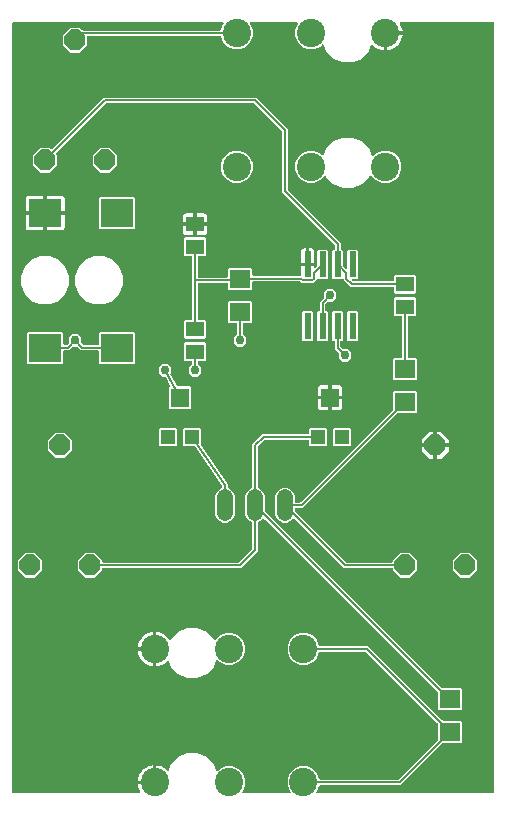
<source format=gbr>
G04 EAGLE Gerber RS-274X export*
G75*
%MOMM*%
%FSLAX34Y34*%
%LPD*%
%INTop Copper*%
%IPPOS*%
%AMOC8*
5,1,8,0,0,1.08239X$1,22.5*%
G01*
%ADD10R,1.800000X1.600000*%
%ADD11R,0.609600X2.209800*%
%ADD12C,2.400000*%
%ADD13R,2.800000X2.400000*%
%ADD14C,1.320800*%
%ADD15P,1.924489X8X22.500000*%
%ADD16R,1.500000X1.300000*%
%ADD17R,1.500000X1.600000*%
%ADD18R,1.200000X1.200000*%
%ADD19C,0.152400*%
%ADD20C,0.756400*%

G36*
X118157Y10163D02*
X118157Y10163D01*
X118169Y10161D01*
X118278Y10182D01*
X118388Y10200D01*
X118399Y10206D01*
X118410Y10208D01*
X118507Y10264D01*
X118606Y10316D01*
X118614Y10324D01*
X118624Y10330D01*
X118698Y10413D01*
X118775Y10494D01*
X118780Y10505D01*
X118788Y10514D01*
X118832Y10616D01*
X118879Y10717D01*
X118880Y10729D01*
X118885Y10740D01*
X118893Y10851D01*
X118906Y10961D01*
X118903Y10973D01*
X118904Y10985D01*
X118877Y11093D01*
X118853Y11202D01*
X118847Y11212D01*
X118844Y11224D01*
X118761Y11369D01*
X118464Y11779D01*
X117425Y13818D01*
X116717Y15995D01*
X116419Y17877D01*
X130138Y17877D01*
X130158Y17880D01*
X130177Y17878D01*
X130279Y17900D01*
X130381Y17917D01*
X130398Y17926D01*
X130418Y17930D01*
X130507Y17983D01*
X130598Y18032D01*
X130612Y18046D01*
X130629Y18056D01*
X130696Y18135D01*
X130767Y18210D01*
X130776Y18228D01*
X130789Y18243D01*
X130827Y18339D01*
X130871Y18433D01*
X130873Y18453D01*
X130881Y18471D01*
X130899Y18638D01*
X130899Y19401D01*
X131662Y19401D01*
X131682Y19404D01*
X131701Y19402D01*
X131803Y19424D01*
X131905Y19441D01*
X131922Y19450D01*
X131942Y19454D01*
X132031Y19507D01*
X132122Y19556D01*
X132136Y19570D01*
X132153Y19580D01*
X132220Y19659D01*
X132291Y19734D01*
X132300Y19752D01*
X132313Y19767D01*
X132352Y19863D01*
X132395Y19957D01*
X132397Y19977D01*
X132405Y19995D01*
X132423Y20162D01*
X132423Y33881D01*
X134305Y33583D01*
X136482Y32875D01*
X138521Y31836D01*
X140373Y30491D01*
X141524Y29340D01*
X141561Y29313D01*
X141592Y29279D01*
X141661Y29242D01*
X141724Y29196D01*
X141767Y29183D01*
X141808Y29161D01*
X141884Y29147D01*
X141959Y29124D01*
X142005Y29125D01*
X142050Y29117D01*
X142127Y29128D01*
X142205Y29130D01*
X142248Y29146D01*
X142293Y29153D01*
X142362Y29188D01*
X142436Y29215D01*
X142472Y29243D01*
X142512Y29264D01*
X142567Y29320D01*
X142628Y29368D01*
X142653Y29407D01*
X142685Y29440D01*
X142751Y29560D01*
X142761Y29575D01*
X142762Y29580D01*
X142766Y29587D01*
X144961Y34887D01*
X150913Y40839D01*
X158691Y44061D01*
X167109Y44061D01*
X174887Y40839D01*
X180839Y34887D01*
X183162Y29278D01*
X183187Y29239D01*
X183202Y29196D01*
X183251Y29135D01*
X183292Y29069D01*
X183327Y29040D01*
X183356Y29004D01*
X183422Y28962D01*
X183482Y28912D01*
X183524Y28895D01*
X183563Y28871D01*
X183639Y28852D01*
X183711Y28824D01*
X183757Y28822D01*
X183802Y28811D01*
X183879Y28817D01*
X183957Y28813D01*
X184001Y28826D01*
X184047Y28830D01*
X184118Y28860D01*
X184193Y28882D01*
X184231Y28908D01*
X184273Y28926D01*
X184380Y29011D01*
X184395Y29022D01*
X184398Y29026D01*
X184404Y29031D01*
X186239Y30866D01*
X191210Y32925D01*
X196590Y32925D01*
X201561Y30866D01*
X205366Y27061D01*
X207425Y22090D01*
X207425Y16710D01*
X205366Y11739D01*
X205087Y11460D01*
X205045Y11402D01*
X204996Y11350D01*
X204974Y11303D01*
X204944Y11261D01*
X204922Y11192D01*
X204892Y11127D01*
X204887Y11075D01*
X204871Y11025D01*
X204873Y10954D01*
X204865Y10883D01*
X204876Y10832D01*
X204878Y10780D01*
X204902Y10712D01*
X204917Y10642D01*
X204944Y10597D01*
X204962Y10549D01*
X205007Y10493D01*
X205044Y10431D01*
X205083Y10397D01*
X205116Y10357D01*
X205176Y10318D01*
X205231Y10271D01*
X205279Y10252D01*
X205323Y10224D01*
X205392Y10206D01*
X205459Y10179D01*
X205530Y10171D01*
X205561Y10163D01*
X205584Y10165D01*
X205625Y10161D01*
X245175Y10161D01*
X245245Y10172D01*
X245317Y10174D01*
X245366Y10192D01*
X245417Y10200D01*
X245481Y10234D01*
X245548Y10259D01*
X245589Y10291D01*
X245635Y10316D01*
X245684Y10367D01*
X245740Y10412D01*
X245768Y10456D01*
X245804Y10494D01*
X245834Y10559D01*
X245873Y10619D01*
X245886Y10670D01*
X245908Y10717D01*
X245916Y10788D01*
X245933Y10858D01*
X245929Y10910D01*
X245935Y10961D01*
X245920Y11032D01*
X245914Y11103D01*
X245894Y11151D01*
X245883Y11202D01*
X245846Y11263D01*
X245818Y11329D01*
X245773Y11385D01*
X245756Y11413D01*
X245739Y11428D01*
X245713Y11460D01*
X245434Y11739D01*
X243375Y16710D01*
X243375Y22090D01*
X245434Y27061D01*
X249239Y30866D01*
X254210Y32925D01*
X259590Y32925D01*
X264561Y30866D01*
X268366Y27061D01*
X270397Y22157D01*
X270459Y22057D01*
X270519Y21957D01*
X270524Y21953D01*
X270527Y21948D01*
X270616Y21873D01*
X270706Y21797D01*
X270712Y21795D01*
X270716Y21791D01*
X270824Y21749D01*
X270934Y21705D01*
X270941Y21704D01*
X270946Y21703D01*
X270964Y21702D01*
X271101Y21687D01*
X336937Y21687D01*
X337028Y21701D01*
X337118Y21709D01*
X337148Y21721D01*
X337180Y21726D01*
X337261Y21769D01*
X337345Y21805D01*
X337377Y21831D01*
X337398Y21842D01*
X337420Y21865D01*
X337476Y21910D01*
X370252Y54686D01*
X370305Y54760D01*
X370365Y54830D01*
X370377Y54860D01*
X370396Y54886D01*
X370423Y54973D01*
X370457Y55058D01*
X370461Y55099D01*
X370468Y55121D01*
X370467Y55153D01*
X370475Y55225D01*
X370475Y69175D01*
X370461Y69266D01*
X370453Y69356D01*
X370441Y69386D01*
X370436Y69418D01*
X370393Y69499D01*
X370357Y69583D01*
X370331Y69615D01*
X370320Y69636D01*
X370297Y69658D01*
X370252Y69714D01*
X310076Y129890D01*
X310002Y129943D01*
X309932Y130003D01*
X309902Y130015D01*
X309876Y130034D01*
X309789Y130061D01*
X309704Y130095D01*
X309663Y130099D01*
X309641Y130106D01*
X309609Y130105D01*
X309537Y130113D01*
X271101Y130113D01*
X270986Y130094D01*
X270870Y130077D01*
X270864Y130075D01*
X270858Y130074D01*
X270755Y130019D01*
X270650Y129966D01*
X270646Y129961D01*
X270640Y129958D01*
X270561Y129874D01*
X270478Y129790D01*
X270474Y129784D01*
X270471Y129780D01*
X270463Y129763D01*
X270397Y129643D01*
X268366Y124739D01*
X264561Y120934D01*
X259590Y118875D01*
X254210Y118875D01*
X249239Y120934D01*
X245434Y124739D01*
X243375Y129710D01*
X243375Y135090D01*
X245434Y140061D01*
X249239Y143866D01*
X254210Y145925D01*
X259590Y145925D01*
X264561Y143866D01*
X268366Y140061D01*
X270397Y135157D01*
X270459Y135057D01*
X270519Y134957D01*
X270524Y134953D01*
X270527Y134948D01*
X270616Y134873D01*
X270706Y134797D01*
X270712Y134795D01*
X270716Y134791D01*
X270824Y134749D01*
X270934Y134705D01*
X270941Y134704D01*
X270946Y134703D01*
X270964Y134702D01*
X271101Y134687D01*
X311747Y134687D01*
X374486Y71948D01*
X374560Y71895D01*
X374630Y71835D01*
X374660Y71823D01*
X374686Y71804D01*
X374773Y71777D01*
X374858Y71743D01*
X374899Y71739D01*
X374921Y71732D01*
X374953Y71733D01*
X375025Y71725D01*
X390632Y71725D01*
X391525Y70832D01*
X391525Y53568D01*
X390632Y52675D01*
X375025Y52675D01*
X374934Y52661D01*
X374844Y52653D01*
X374814Y52641D01*
X374782Y52636D01*
X374701Y52593D01*
X374617Y52557D01*
X374585Y52531D01*
X374564Y52520D01*
X374542Y52497D01*
X374486Y52452D01*
X339147Y17113D01*
X271101Y17113D01*
X270986Y17094D01*
X270870Y17077D01*
X270864Y17075D01*
X270858Y17074D01*
X270755Y17019D01*
X270650Y16966D01*
X270646Y16961D01*
X270640Y16958D01*
X270561Y16874D01*
X270478Y16790D01*
X270474Y16784D01*
X270471Y16780D01*
X270463Y16763D01*
X270397Y16643D01*
X268366Y11739D01*
X268087Y11460D01*
X268045Y11402D01*
X267996Y11350D01*
X267974Y11303D01*
X267944Y11261D01*
X267922Y11192D01*
X267892Y11127D01*
X267887Y11075D01*
X267871Y11025D01*
X267873Y10954D01*
X267865Y10883D01*
X267876Y10832D01*
X267878Y10780D01*
X267902Y10712D01*
X267917Y10642D01*
X267944Y10597D01*
X267962Y10549D01*
X268007Y10493D01*
X268044Y10431D01*
X268083Y10397D01*
X268116Y10357D01*
X268176Y10318D01*
X268231Y10271D01*
X268279Y10252D01*
X268323Y10224D01*
X268392Y10206D01*
X268459Y10179D01*
X268530Y10171D01*
X268561Y10163D01*
X268584Y10165D01*
X268625Y10161D01*
X417578Y10161D01*
X417598Y10164D01*
X417617Y10162D01*
X417719Y10184D01*
X417821Y10200D01*
X417838Y10210D01*
X417858Y10214D01*
X417947Y10267D01*
X418038Y10316D01*
X418052Y10330D01*
X418069Y10340D01*
X418136Y10419D01*
X418208Y10494D01*
X418216Y10512D01*
X418229Y10527D01*
X418268Y10623D01*
X418311Y10717D01*
X418313Y10737D01*
X418321Y10755D01*
X418339Y10922D01*
X418339Y662078D01*
X418336Y662098D01*
X418338Y662117D01*
X418316Y662219D01*
X418300Y662321D01*
X418290Y662338D01*
X418286Y662358D01*
X418233Y662447D01*
X418184Y662538D01*
X418170Y662552D01*
X418160Y662569D01*
X418081Y662636D01*
X418006Y662708D01*
X417988Y662716D01*
X417973Y662729D01*
X417877Y662768D01*
X417783Y662811D01*
X417763Y662813D01*
X417745Y662821D01*
X417578Y662839D01*
X339127Y662839D01*
X339115Y662837D01*
X339104Y662839D01*
X338994Y662818D01*
X338885Y662800D01*
X338874Y662794D01*
X338862Y662792D01*
X338765Y662736D01*
X338667Y662684D01*
X338659Y662676D01*
X338648Y662670D01*
X338574Y662587D01*
X338498Y662506D01*
X338493Y662495D01*
X338485Y662486D01*
X338441Y662384D01*
X338394Y662283D01*
X338393Y662271D01*
X338388Y662260D01*
X338379Y662149D01*
X338367Y662039D01*
X338370Y662027D01*
X338369Y662015D01*
X338396Y661907D01*
X338419Y661798D01*
X338425Y661788D01*
X338428Y661776D01*
X338511Y661631D01*
X338736Y661321D01*
X339775Y659282D01*
X340483Y657105D01*
X340781Y655223D01*
X327062Y655223D01*
X327042Y655220D01*
X327023Y655222D01*
X326921Y655200D01*
X326819Y655183D01*
X326802Y655174D01*
X326782Y655170D01*
X326693Y655117D01*
X326602Y655068D01*
X326588Y655054D01*
X326571Y655044D01*
X326504Y654965D01*
X326433Y654890D01*
X326424Y654872D01*
X326411Y654857D01*
X326373Y654761D01*
X326329Y654667D01*
X326327Y654647D01*
X326319Y654629D01*
X326301Y654462D01*
X326301Y653699D01*
X325538Y653699D01*
X325518Y653696D01*
X325499Y653698D01*
X325397Y653676D01*
X325295Y653659D01*
X325278Y653650D01*
X325258Y653646D01*
X325169Y653593D01*
X325078Y653544D01*
X325064Y653530D01*
X325047Y653520D01*
X324980Y653441D01*
X324909Y653366D01*
X324900Y653348D01*
X324887Y653333D01*
X324848Y653237D01*
X324805Y653143D01*
X324803Y653123D01*
X324795Y653105D01*
X324777Y652938D01*
X324777Y639219D01*
X322895Y639517D01*
X320718Y640225D01*
X318679Y641264D01*
X316827Y642609D01*
X315676Y643760D01*
X315639Y643787D01*
X315608Y643821D01*
X315539Y643858D01*
X315476Y643904D01*
X315433Y643917D01*
X315392Y643939D01*
X315316Y643953D01*
X315241Y643976D01*
X315195Y643975D01*
X315150Y643983D01*
X315073Y643972D01*
X314995Y643970D01*
X314952Y643954D01*
X314907Y643947D01*
X314838Y643912D01*
X314764Y643885D01*
X314729Y643857D01*
X314688Y643836D01*
X314633Y643780D01*
X314572Y643732D01*
X314548Y643693D01*
X314515Y643660D01*
X314449Y643540D01*
X314439Y643525D01*
X314438Y643520D01*
X314434Y643513D01*
X312239Y638213D01*
X306287Y632261D01*
X298509Y629039D01*
X290091Y629039D01*
X282313Y632261D01*
X276361Y638213D01*
X274038Y643822D01*
X274013Y643861D01*
X273998Y643904D01*
X273949Y643965D01*
X273924Y644005D01*
X273920Y644012D01*
X273908Y644031D01*
X273873Y644060D01*
X273844Y644096D01*
X273778Y644138D01*
X273718Y644188D01*
X273676Y644205D01*
X273637Y644229D01*
X273561Y644248D01*
X273489Y644276D01*
X273443Y644278D01*
X273398Y644289D01*
X273321Y644283D01*
X273243Y644287D01*
X273199Y644274D01*
X273153Y644270D01*
X273091Y644244D01*
X273081Y644242D01*
X273071Y644237D01*
X273007Y644218D01*
X272969Y644192D01*
X272927Y644174D01*
X272877Y644134D01*
X272864Y644127D01*
X272850Y644112D01*
X272820Y644089D01*
X272805Y644078D01*
X272802Y644074D01*
X272796Y644069D01*
X270961Y642234D01*
X265990Y640175D01*
X260610Y640175D01*
X255639Y642234D01*
X251834Y646039D01*
X249775Y651010D01*
X249775Y656390D01*
X251834Y661361D01*
X252013Y661540D01*
X252055Y661598D01*
X252104Y661650D01*
X252126Y661697D01*
X252156Y661739D01*
X252178Y661808D01*
X252208Y661873D01*
X252213Y661925D01*
X252229Y661975D01*
X252227Y662046D01*
X252235Y662117D01*
X252224Y662168D01*
X252222Y662220D01*
X252198Y662288D01*
X252183Y662358D01*
X252156Y662403D01*
X252138Y662451D01*
X252093Y662507D01*
X252056Y662569D01*
X252017Y662603D01*
X251984Y662643D01*
X251924Y662682D01*
X251869Y662729D01*
X251821Y662748D01*
X251777Y662776D01*
X251708Y662794D01*
X251641Y662821D01*
X251570Y662829D01*
X251539Y662837D01*
X251516Y662835D01*
X251475Y662839D01*
X212125Y662839D01*
X212055Y662828D01*
X211983Y662826D01*
X211934Y662808D01*
X211883Y662800D01*
X211819Y662766D01*
X211752Y662741D01*
X211711Y662709D01*
X211665Y662684D01*
X211616Y662633D01*
X211560Y662588D01*
X211532Y662544D01*
X211496Y662506D01*
X211466Y662441D01*
X211427Y662381D01*
X211414Y662330D01*
X211392Y662283D01*
X211384Y662212D01*
X211367Y662142D01*
X211371Y662090D01*
X211365Y662039D01*
X211380Y661968D01*
X211386Y661897D01*
X211406Y661849D01*
X211417Y661798D01*
X211454Y661737D01*
X211482Y661671D01*
X211527Y661615D01*
X211544Y661587D01*
X211561Y661572D01*
X211587Y661540D01*
X211766Y661361D01*
X213825Y656390D01*
X213825Y651010D01*
X211766Y646039D01*
X207961Y642234D01*
X202990Y640175D01*
X197610Y640175D01*
X192639Y642234D01*
X188834Y646039D01*
X186803Y650943D01*
X186741Y651043D01*
X186681Y651143D01*
X186676Y651147D01*
X186673Y651152D01*
X186584Y651227D01*
X186494Y651303D01*
X186488Y651305D01*
X186484Y651309D01*
X186376Y651351D01*
X186266Y651395D01*
X186259Y651396D01*
X186254Y651397D01*
X186236Y651398D01*
X186099Y651413D01*
X74676Y651413D01*
X74656Y651410D01*
X74637Y651412D01*
X74535Y651390D01*
X74433Y651374D01*
X74416Y651364D01*
X74396Y651360D01*
X74307Y651307D01*
X74216Y651258D01*
X74202Y651244D01*
X74185Y651234D01*
X74118Y651155D01*
X74046Y651080D01*
X74038Y651062D01*
X74025Y651047D01*
X73986Y650951D01*
X73943Y650857D01*
X73941Y650837D01*
X73933Y650819D01*
X73915Y650652D01*
X73915Y643386D01*
X67814Y637285D01*
X59186Y637285D01*
X53085Y643386D01*
X53085Y652014D01*
X59186Y658115D01*
X67814Y658115D01*
X69719Y656210D01*
X69793Y656157D01*
X69862Y656097D01*
X69893Y656085D01*
X69919Y656066D01*
X70006Y656039D01*
X70091Y656005D01*
X70131Y656001D01*
X70154Y655994D01*
X70186Y655995D01*
X70257Y655987D01*
X186099Y655987D01*
X186214Y656006D01*
X186330Y656023D01*
X186336Y656025D01*
X186342Y656026D01*
X186445Y656081D01*
X186550Y656134D01*
X186554Y656139D01*
X186560Y656142D01*
X186639Y656226D01*
X186722Y656310D01*
X186726Y656316D01*
X186729Y656320D01*
X186737Y656337D01*
X186803Y656457D01*
X188834Y661361D01*
X189013Y661540D01*
X189055Y661598D01*
X189104Y661650D01*
X189126Y661697D01*
X189156Y661739D01*
X189178Y661808D01*
X189208Y661873D01*
X189213Y661925D01*
X189229Y661975D01*
X189227Y662046D01*
X189235Y662117D01*
X189224Y662168D01*
X189222Y662220D01*
X189198Y662288D01*
X189183Y662358D01*
X189156Y662403D01*
X189138Y662451D01*
X189093Y662507D01*
X189056Y662569D01*
X189017Y662603D01*
X188984Y662643D01*
X188924Y662682D01*
X188869Y662729D01*
X188821Y662748D01*
X188777Y662776D01*
X188708Y662794D01*
X188641Y662821D01*
X188570Y662829D01*
X188539Y662837D01*
X188516Y662835D01*
X188475Y662839D01*
X10922Y662839D01*
X10902Y662836D01*
X10883Y662838D01*
X10781Y662816D01*
X10679Y662800D01*
X10662Y662790D01*
X10642Y662786D01*
X10553Y662733D01*
X10462Y662684D01*
X10448Y662670D01*
X10431Y662660D01*
X10364Y662581D01*
X10292Y662506D01*
X10284Y662488D01*
X10271Y662473D01*
X10232Y662377D01*
X10189Y662283D01*
X10187Y662263D01*
X10179Y662245D01*
X10161Y662078D01*
X10161Y10922D01*
X10164Y10902D01*
X10162Y10883D01*
X10184Y10781D01*
X10200Y10679D01*
X10210Y10662D01*
X10214Y10642D01*
X10267Y10553D01*
X10316Y10462D01*
X10330Y10448D01*
X10340Y10431D01*
X10419Y10364D01*
X10494Y10292D01*
X10512Y10284D01*
X10527Y10271D01*
X10623Y10232D01*
X10717Y10189D01*
X10737Y10187D01*
X10755Y10179D01*
X10922Y10161D01*
X118145Y10161D01*
X118157Y10163D01*
G37*
%LPC*%
G36*
X371368Y80675D02*
X371368Y80675D01*
X370475Y81568D01*
X370475Y95875D01*
X370461Y95966D01*
X370453Y96056D01*
X370441Y96086D01*
X370436Y96118D01*
X370393Y96199D01*
X370357Y96283D01*
X370331Y96315D01*
X370320Y96336D01*
X370297Y96358D01*
X370252Y96414D01*
X223871Y242795D01*
X223855Y242807D01*
X223843Y242822D01*
X223755Y242878D01*
X223671Y242938D01*
X223653Y242944D01*
X223636Y242955D01*
X223535Y242980D01*
X223436Y243011D01*
X223416Y243010D01*
X223397Y243015D01*
X223294Y243007D01*
X223190Y243004D01*
X223172Y242998D01*
X223152Y242996D01*
X223057Y242956D01*
X222959Y242920D01*
X222944Y242907D01*
X222926Y242900D01*
X222795Y242795D01*
X220505Y240505D01*
X218657Y239739D01*
X218557Y239677D01*
X218457Y239618D01*
X218453Y239613D01*
X218448Y239610D01*
X218373Y239519D01*
X218297Y239431D01*
X218295Y239425D01*
X218291Y239420D01*
X218249Y239312D01*
X218205Y239203D01*
X218204Y239195D01*
X218203Y239191D01*
X218202Y239172D01*
X218187Y239036D01*
X218187Y214953D01*
X204147Y200913D01*
X87376Y200913D01*
X87356Y200910D01*
X87337Y200912D01*
X87235Y200890D01*
X87133Y200874D01*
X87116Y200864D01*
X87096Y200860D01*
X87007Y200807D01*
X86916Y200758D01*
X86902Y200744D01*
X86885Y200734D01*
X86818Y200655D01*
X86746Y200580D01*
X86738Y200562D01*
X86725Y200547D01*
X86686Y200451D01*
X86643Y200357D01*
X86641Y200337D01*
X86633Y200319D01*
X86615Y200152D01*
X86615Y198886D01*
X80514Y192785D01*
X71886Y192785D01*
X65785Y198886D01*
X65785Y207514D01*
X71886Y213615D01*
X80514Y213615D01*
X86615Y207514D01*
X86615Y206248D01*
X86618Y206228D01*
X86616Y206209D01*
X86638Y206107D01*
X86654Y206005D01*
X86664Y205988D01*
X86668Y205968D01*
X86721Y205879D01*
X86770Y205788D01*
X86784Y205774D01*
X86794Y205757D01*
X86873Y205690D01*
X86948Y205618D01*
X86966Y205610D01*
X86981Y205597D01*
X87077Y205558D01*
X87171Y205515D01*
X87191Y205513D01*
X87209Y205505D01*
X87376Y205487D01*
X201937Y205487D01*
X202028Y205501D01*
X202118Y205509D01*
X202148Y205521D01*
X202180Y205526D01*
X202261Y205569D01*
X202345Y205605D01*
X202377Y205631D01*
X202398Y205642D01*
X202420Y205665D01*
X202476Y205710D01*
X213390Y216624D01*
X213443Y216698D01*
X213503Y216768D01*
X213515Y216798D01*
X213534Y216824D01*
X213561Y216911D01*
X213595Y216996D01*
X213599Y217037D01*
X213606Y217059D01*
X213605Y217091D01*
X213613Y217163D01*
X213613Y239036D01*
X213594Y239151D01*
X213577Y239267D01*
X213575Y239273D01*
X213574Y239279D01*
X213519Y239381D01*
X213466Y239486D01*
X213461Y239491D01*
X213458Y239496D01*
X213374Y239576D01*
X213290Y239659D01*
X213284Y239662D01*
X213280Y239666D01*
X213263Y239673D01*
X213143Y239739D01*
X211295Y240505D01*
X209009Y242791D01*
X207771Y245779D01*
X207771Y262221D01*
X209009Y265209D01*
X211295Y267495D01*
X213143Y268261D01*
X213243Y268323D01*
X213343Y268382D01*
X213347Y268387D01*
X213352Y268390D01*
X213427Y268481D01*
X213503Y268569D01*
X213505Y268575D01*
X213509Y268580D01*
X213551Y268688D01*
X213595Y268797D01*
X213596Y268805D01*
X213597Y268809D01*
X213598Y268828D01*
X213613Y268964D01*
X213613Y305747D01*
X222103Y314237D01*
X261114Y314237D01*
X261134Y314240D01*
X261153Y314238D01*
X261255Y314260D01*
X261357Y314276D01*
X261374Y314286D01*
X261394Y314290D01*
X261483Y314343D01*
X261574Y314392D01*
X261588Y314406D01*
X261605Y314416D01*
X261672Y314495D01*
X261744Y314570D01*
X261752Y314588D01*
X261765Y314603D01*
X261804Y314699D01*
X261847Y314793D01*
X261849Y314813D01*
X261857Y314831D01*
X261875Y314998D01*
X261875Y318582D01*
X262768Y319475D01*
X276032Y319475D01*
X276925Y318582D01*
X276925Y305318D01*
X276032Y304425D01*
X262768Y304425D01*
X261875Y305318D01*
X261875Y308902D01*
X261872Y308922D01*
X261874Y308941D01*
X261852Y309043D01*
X261836Y309145D01*
X261826Y309162D01*
X261822Y309182D01*
X261769Y309271D01*
X261720Y309362D01*
X261706Y309376D01*
X261696Y309393D01*
X261617Y309460D01*
X261542Y309532D01*
X261524Y309540D01*
X261509Y309553D01*
X261413Y309592D01*
X261319Y309635D01*
X261299Y309637D01*
X261281Y309645D01*
X261114Y309663D01*
X224313Y309663D01*
X224222Y309649D01*
X224132Y309641D01*
X224102Y309629D01*
X224070Y309624D01*
X223989Y309581D01*
X223905Y309545D01*
X223873Y309519D01*
X223852Y309508D01*
X223830Y309485D01*
X223774Y309440D01*
X218410Y304076D01*
X218357Y304002D01*
X218297Y303932D01*
X218285Y303902D01*
X218266Y303876D01*
X218239Y303789D01*
X218205Y303704D01*
X218201Y303663D01*
X218194Y303641D01*
X218195Y303609D01*
X218187Y303537D01*
X218187Y268964D01*
X218189Y268953D01*
X218188Y268946D01*
X218195Y268912D01*
X218206Y268849D01*
X218223Y268733D01*
X218225Y268727D01*
X218226Y268721D01*
X218281Y268619D01*
X218334Y268514D01*
X218339Y268509D01*
X218342Y268504D01*
X218426Y268424D01*
X218510Y268341D01*
X218516Y268338D01*
X218520Y268334D01*
X218537Y268327D01*
X218657Y268261D01*
X220505Y267495D01*
X222791Y265209D01*
X224029Y262221D01*
X224029Y249421D01*
X224043Y249330D01*
X224051Y249240D01*
X224063Y249210D01*
X224068Y249178D01*
X224111Y249097D01*
X224147Y249013D01*
X224173Y248981D01*
X224184Y248960D01*
X224207Y248938D01*
X224252Y248882D01*
X373186Y99948D01*
X373260Y99895D01*
X373330Y99835D01*
X373360Y99823D01*
X373386Y99804D01*
X373473Y99777D01*
X373558Y99743D01*
X373599Y99739D01*
X373621Y99732D01*
X373653Y99733D01*
X373725Y99725D01*
X390632Y99725D01*
X391525Y98832D01*
X391525Y81568D01*
X390632Y80675D01*
X371368Y80675D01*
G37*
%LPD*%
%LPC*%
G36*
X334768Y433275D02*
X334768Y433275D01*
X333875Y434168D01*
X333875Y438252D01*
X333872Y438272D01*
X333874Y438291D01*
X333852Y438393D01*
X333836Y438495D01*
X333826Y438512D01*
X333822Y438532D01*
X333769Y438621D01*
X333720Y438712D01*
X333706Y438726D01*
X333696Y438743D01*
X333617Y438810D01*
X333542Y438882D01*
X333524Y438890D01*
X333509Y438903D01*
X333413Y438942D01*
X333319Y438985D01*
X333299Y438987D01*
X333281Y438995D01*
X333114Y439013D01*
X296835Y439013D01*
X290817Y445031D01*
X290816Y445093D01*
X290798Y445142D01*
X290790Y445193D01*
X290756Y445256D01*
X290731Y445324D01*
X290699Y445364D01*
X290674Y445410D01*
X290623Y445460D01*
X290578Y445516D01*
X290534Y445544D01*
X290496Y445580D01*
X290431Y445610D01*
X290371Y445649D01*
X290320Y445661D01*
X290273Y445683D01*
X290202Y445691D01*
X290132Y445709D01*
X290080Y445705D01*
X290029Y445710D01*
X289958Y445695D01*
X289887Y445690D01*
X289839Y445669D01*
X289788Y445658D01*
X289727Y445621D01*
X289661Y445593D01*
X289605Y445548D01*
X289577Y445532D01*
X289562Y445514D01*
X289530Y445488D01*
X289430Y445388D01*
X282070Y445388D01*
X281177Y446281D01*
X281177Y469643D01*
X282070Y470536D01*
X282956Y470536D01*
X282976Y470539D01*
X282995Y470537D01*
X283097Y470559D01*
X283199Y470575D01*
X283216Y470585D01*
X283236Y470589D01*
X283325Y470642D01*
X283416Y470691D01*
X283430Y470705D01*
X283447Y470715D01*
X283514Y470794D01*
X283586Y470869D01*
X283594Y470887D01*
X283607Y470902D01*
X283646Y470998D01*
X283689Y471092D01*
X283691Y471112D01*
X283699Y471130D01*
X283717Y471297D01*
X283717Y473775D01*
X283715Y473790D01*
X283716Y473801D01*
X283703Y473862D01*
X283703Y473865D01*
X283695Y473956D01*
X283683Y473986D01*
X283678Y474018D01*
X283635Y474099D01*
X283599Y474183D01*
X283573Y474215D01*
X283562Y474235D01*
X283539Y474258D01*
X283494Y474314D01*
X239013Y518795D01*
X239013Y570237D01*
X238999Y570328D01*
X238991Y570418D01*
X238979Y570448D01*
X238974Y570480D01*
X238931Y570561D01*
X238895Y570645D01*
X238869Y570677D01*
X238858Y570698D01*
X238835Y570720D01*
X238790Y570776D01*
X215176Y594390D01*
X215102Y594443D01*
X215032Y594503D01*
X215002Y594515D01*
X214976Y594534D01*
X214889Y594561D01*
X214804Y594595D01*
X214763Y594599D01*
X214741Y594606D01*
X214709Y594605D01*
X214637Y594613D01*
X90163Y594613D01*
X90072Y594599D01*
X89982Y594591D01*
X89952Y594579D01*
X89920Y594574D01*
X89839Y594531D01*
X89755Y594495D01*
X89723Y594469D01*
X89702Y594458D01*
X89680Y594435D01*
X89624Y594390D01*
X47620Y552386D01*
X47608Y552369D01*
X47592Y552357D01*
X47536Y552270D01*
X47476Y552186D01*
X47470Y552167D01*
X47459Y552150D01*
X47434Y552050D01*
X47404Y551951D01*
X47404Y551931D01*
X47399Y551912D01*
X47407Y551809D01*
X47410Y551705D01*
X47417Y551686D01*
X47418Y551666D01*
X47459Y551571D01*
X47494Y551474D01*
X47507Y551458D01*
X47515Y551440D01*
X47620Y551309D01*
X48515Y550414D01*
X48515Y541786D01*
X42414Y535685D01*
X33786Y535685D01*
X27685Y541786D01*
X27685Y550414D01*
X33786Y556515D01*
X42414Y556515D01*
X43309Y555620D01*
X43325Y555608D01*
X43338Y555592D01*
X43425Y555536D01*
X43509Y555476D01*
X43528Y555470D01*
X43545Y555459D01*
X43645Y555434D01*
X43744Y555404D01*
X43764Y555404D01*
X43783Y555399D01*
X43886Y555407D01*
X43990Y555410D01*
X44009Y555417D01*
X44028Y555418D01*
X44123Y555459D01*
X44221Y555494D01*
X44236Y555507D01*
X44255Y555515D01*
X44386Y555620D01*
X86390Y597624D01*
X87953Y599187D01*
X216847Y599187D01*
X243587Y572447D01*
X243587Y521004D01*
X243601Y520914D01*
X243609Y520823D01*
X243621Y520794D01*
X243626Y520762D01*
X243669Y520681D01*
X243705Y520597D01*
X243731Y520565D01*
X243742Y520544D01*
X243765Y520522D01*
X243810Y520466D01*
X288291Y475985D01*
X288291Y471297D01*
X288294Y471277D01*
X288292Y471258D01*
X288314Y471156D01*
X288330Y471054D01*
X288340Y471037D01*
X288344Y471017D01*
X288397Y470928D01*
X288446Y470837D01*
X288460Y470823D01*
X288470Y470806D01*
X288549Y470739D01*
X288624Y470667D01*
X288642Y470659D01*
X288657Y470646D01*
X288753Y470607D01*
X288847Y470564D01*
X288867Y470562D01*
X288885Y470554D01*
X289052Y470536D01*
X289430Y470536D01*
X290323Y469643D01*
X290323Y456939D01*
X290337Y456848D01*
X290345Y456758D01*
X290357Y456728D01*
X290362Y456696D01*
X290405Y456615D01*
X290441Y456531D01*
X290467Y456499D01*
X290478Y456478D01*
X290501Y456456D01*
X290546Y456400D01*
X292578Y454368D01*
X292636Y454326D01*
X292688Y454277D01*
X292735Y454255D01*
X292777Y454225D01*
X292846Y454204D01*
X292911Y454173D01*
X292963Y454168D01*
X293013Y454152D01*
X293084Y454154D01*
X293155Y454146D01*
X293206Y454157D01*
X293258Y454159D01*
X293326Y454183D01*
X293396Y454198D01*
X293441Y454225D01*
X293489Y454243D01*
X293545Y454288D01*
X293607Y454325D01*
X293641Y454364D01*
X293681Y454397D01*
X293720Y454457D01*
X293767Y454512D01*
X293786Y454560D01*
X293814Y454604D01*
X293832Y454673D01*
X293859Y454740D01*
X293867Y454811D01*
X293875Y454842D01*
X293873Y454866D01*
X293877Y454906D01*
X293877Y469643D01*
X294770Y470536D01*
X302130Y470536D01*
X303023Y469643D01*
X303023Y446281D01*
X302130Y445388D01*
X298766Y445388D01*
X298695Y445377D01*
X298623Y445375D01*
X298574Y445357D01*
X298523Y445349D01*
X298460Y445315D01*
X298392Y445290D01*
X298351Y445258D01*
X298305Y445233D01*
X298256Y445182D01*
X298200Y445137D01*
X298172Y445093D01*
X298136Y445055D01*
X298106Y444990D01*
X298067Y444930D01*
X298054Y444879D01*
X298032Y444832D01*
X298025Y444761D01*
X298007Y444691D01*
X298011Y444639D01*
X298005Y444588D01*
X298021Y444517D01*
X298026Y444446D01*
X298047Y444398D01*
X298058Y444347D01*
X298094Y444286D01*
X298122Y444220D01*
X298167Y444164D01*
X298184Y444136D01*
X298202Y444121D01*
X298227Y444089D01*
X298506Y443810D01*
X298580Y443757D01*
X298650Y443697D01*
X298680Y443685D01*
X298706Y443666D01*
X298793Y443639D01*
X298878Y443605D01*
X298919Y443601D01*
X298941Y443594D01*
X298973Y443595D01*
X299045Y443587D01*
X333114Y443587D01*
X333134Y443590D01*
X333153Y443588D01*
X333255Y443610D01*
X333357Y443626D01*
X333374Y443636D01*
X333394Y443640D01*
X333483Y443693D01*
X333574Y443742D01*
X333588Y443756D01*
X333605Y443766D01*
X333672Y443845D01*
X333744Y443920D01*
X333752Y443938D01*
X333765Y443953D01*
X333804Y444049D01*
X333847Y444143D01*
X333849Y444163D01*
X333857Y444181D01*
X333875Y444348D01*
X333875Y448432D01*
X334768Y449325D01*
X351032Y449325D01*
X351925Y448432D01*
X351925Y434168D01*
X351032Y433275D01*
X334768Y433275D01*
G37*
%LPD*%
%LPC*%
G36*
X290091Y523039D02*
X290091Y523039D01*
X282313Y526261D01*
X276361Y532213D01*
X276088Y532872D01*
X276064Y532912D01*
X276048Y532955D01*
X275999Y533015D01*
X275958Y533081D01*
X275923Y533111D01*
X275894Y533147D01*
X275829Y533189D01*
X275769Y533238D01*
X275726Y533255D01*
X275687Y533280D01*
X275612Y533299D01*
X275539Y533326D01*
X275493Y533328D01*
X275449Y533340D01*
X275371Y533334D01*
X275293Y533337D01*
X275249Y533324D01*
X275204Y533321D01*
X275132Y533290D01*
X275057Y533268D01*
X275019Y533242D01*
X274977Y533224D01*
X274871Y533139D01*
X274855Y533128D01*
X274852Y533124D01*
X274846Y533119D01*
X270961Y529234D01*
X265990Y527175D01*
X260610Y527175D01*
X255639Y529234D01*
X251834Y533039D01*
X249775Y538010D01*
X249775Y543390D01*
X251834Y548361D01*
X255639Y552166D01*
X260610Y554225D01*
X265990Y554225D01*
X270961Y552166D01*
X272796Y550331D01*
X272833Y550304D01*
X272864Y550270D01*
X272933Y550233D01*
X272996Y550187D01*
X273040Y550174D01*
X273080Y550152D01*
X273156Y550138D01*
X273231Y550115D01*
X273277Y550116D01*
X273322Y550108D01*
X273399Y550119D01*
X273477Y550121D01*
X273520Y550137D01*
X273565Y550144D01*
X273635Y550179D01*
X273708Y550206D01*
X273744Y550234D01*
X273784Y550255D01*
X273839Y550311D01*
X273900Y550359D01*
X273925Y550398D01*
X273957Y550431D01*
X274023Y550551D01*
X274033Y550566D01*
X274034Y550571D01*
X274038Y550578D01*
X276361Y556187D01*
X282313Y562139D01*
X290091Y565361D01*
X298509Y565361D01*
X306287Y562139D01*
X312239Y556187D01*
X314855Y549871D01*
X314879Y549832D01*
X314895Y549789D01*
X314944Y549728D01*
X314985Y549662D01*
X315020Y549632D01*
X315049Y549597D01*
X315114Y549555D01*
X315174Y549505D01*
X315217Y549488D01*
X315256Y549464D01*
X315331Y549445D01*
X315404Y549417D01*
X315450Y549415D01*
X315494Y549404D01*
X315572Y549410D01*
X315650Y549406D01*
X315694Y549419D01*
X315740Y549423D01*
X315811Y549453D01*
X315886Y549475D01*
X315924Y549501D01*
X315966Y549519D01*
X316073Y549604D01*
X316088Y549615D01*
X316091Y549619D01*
X316097Y549624D01*
X318639Y552166D01*
X323610Y554225D01*
X328990Y554225D01*
X333961Y552166D01*
X337766Y548361D01*
X339825Y543390D01*
X339825Y538010D01*
X337766Y533039D01*
X333961Y529234D01*
X328990Y527175D01*
X323610Y527175D01*
X318639Y529234D01*
X314834Y533039D01*
X314411Y534061D01*
X314373Y534122D01*
X314344Y534187D01*
X314309Y534226D01*
X314281Y534270D01*
X314226Y534316D01*
X314178Y534368D01*
X314132Y534393D01*
X314092Y534427D01*
X314025Y534452D01*
X313962Y534487D01*
X313911Y534496D01*
X313862Y534515D01*
X313791Y534518D01*
X313720Y534531D01*
X313669Y534523D01*
X313617Y534525D01*
X313548Y534505D01*
X313477Y534495D01*
X313430Y534471D01*
X313380Y534457D01*
X313321Y534416D01*
X313258Y534383D01*
X313221Y534346D01*
X313178Y534316D01*
X313135Y534259D01*
X313085Y534208D01*
X313051Y534145D01*
X313031Y534119D01*
X313024Y534097D01*
X313004Y534061D01*
X312239Y532213D01*
X306287Y526261D01*
X298509Y523039D01*
X290091Y523039D01*
G37*
%LPD*%
%LPC*%
G36*
X158691Y107739D02*
X158691Y107739D01*
X150913Y110961D01*
X144961Y116913D01*
X142766Y122213D01*
X142741Y122252D01*
X142726Y122295D01*
X142677Y122356D01*
X142636Y122422D01*
X142601Y122452D01*
X142572Y122487D01*
X142506Y122530D01*
X142446Y122579D01*
X142404Y122596D01*
X142365Y122620D01*
X142289Y122639D01*
X142217Y122667D01*
X142171Y122669D01*
X142126Y122680D01*
X142049Y122674D01*
X141971Y122678D01*
X141927Y122665D01*
X141881Y122661D01*
X141810Y122631D01*
X141735Y122609D01*
X141697Y122583D01*
X141655Y122565D01*
X141548Y122480D01*
X141533Y122469D01*
X141530Y122465D01*
X141524Y122460D01*
X140373Y121309D01*
X138521Y119964D01*
X136482Y118925D01*
X134305Y118217D01*
X132423Y117919D01*
X132423Y131638D01*
X132420Y131658D01*
X132422Y131677D01*
X132400Y131779D01*
X132383Y131881D01*
X132374Y131898D01*
X132370Y131918D01*
X132317Y132007D01*
X132268Y132098D01*
X132254Y132112D01*
X132244Y132129D01*
X132165Y132196D01*
X132090Y132267D01*
X132072Y132276D01*
X132057Y132289D01*
X131961Y132327D01*
X131867Y132371D01*
X131847Y132373D01*
X131829Y132381D01*
X131662Y132399D01*
X130899Y132399D01*
X130899Y132401D01*
X131662Y132401D01*
X131682Y132404D01*
X131701Y132402D01*
X131803Y132424D01*
X131905Y132441D01*
X131922Y132450D01*
X131942Y132454D01*
X132031Y132507D01*
X132122Y132556D01*
X132136Y132570D01*
X132153Y132580D01*
X132220Y132659D01*
X132291Y132734D01*
X132300Y132752D01*
X132313Y132767D01*
X132352Y132863D01*
X132395Y132957D01*
X132397Y132977D01*
X132405Y132995D01*
X132423Y133162D01*
X132423Y146881D01*
X134305Y146583D01*
X136482Y145875D01*
X138521Y144836D01*
X140373Y143491D01*
X141991Y141873D01*
X143344Y140011D01*
X143418Y139937D01*
X143489Y139860D01*
X143505Y139851D01*
X143518Y139838D01*
X143613Y139792D01*
X143705Y139741D01*
X143723Y139738D01*
X143739Y139730D01*
X143843Y139716D01*
X143947Y139697D01*
X143965Y139700D01*
X143983Y139698D01*
X144086Y139718D01*
X144190Y139733D01*
X144207Y139741D01*
X144225Y139745D01*
X144316Y139797D01*
X144410Y139845D01*
X144422Y139858D01*
X144438Y139867D01*
X144508Y139945D01*
X144582Y140020D01*
X144593Y140040D01*
X144602Y140050D01*
X144614Y140079D01*
X144663Y140167D01*
X144961Y140887D01*
X150913Y146839D01*
X158691Y150061D01*
X167109Y150061D01*
X174887Y146839D01*
X180839Y140887D01*
X181112Y140228D01*
X181136Y140189D01*
X181152Y140145D01*
X181201Y140085D01*
X181242Y140019D01*
X181277Y139989D01*
X181306Y139953D01*
X181371Y139911D01*
X181431Y139862D01*
X181474Y139845D01*
X181513Y139820D01*
X181588Y139801D01*
X181661Y139774D01*
X181707Y139772D01*
X181751Y139760D01*
X181829Y139766D01*
X181907Y139763D01*
X181951Y139776D01*
X181996Y139780D01*
X182068Y139810D01*
X182143Y139832D01*
X182181Y139858D01*
X182223Y139876D01*
X182329Y139961D01*
X182345Y139972D01*
X182348Y139976D01*
X182354Y139981D01*
X186239Y143866D01*
X191210Y145925D01*
X196590Y145925D01*
X201561Y143866D01*
X205366Y140061D01*
X207425Y135090D01*
X207425Y129710D01*
X205366Y124739D01*
X201561Y120934D01*
X196590Y118875D01*
X191210Y118875D01*
X186239Y120934D01*
X184404Y122769D01*
X184367Y122796D01*
X184336Y122830D01*
X184267Y122867D01*
X184204Y122913D01*
X184160Y122926D01*
X184120Y122948D01*
X184044Y122962D01*
X183969Y122985D01*
X183923Y122984D01*
X183878Y122992D01*
X183801Y122981D01*
X183723Y122979D01*
X183680Y122963D01*
X183635Y122956D01*
X183565Y122921D01*
X183492Y122894D01*
X183456Y122866D01*
X183416Y122845D01*
X183361Y122789D01*
X183300Y122741D01*
X183275Y122702D01*
X183243Y122669D01*
X183177Y122549D01*
X183167Y122534D01*
X183166Y122529D01*
X183162Y122522D01*
X180839Y116913D01*
X174887Y110961D01*
X167109Y107739D01*
X158691Y107739D01*
G37*
%LPD*%
%LPC*%
G36*
X338586Y192785D02*
X338586Y192785D01*
X332485Y198886D01*
X332485Y200152D01*
X332482Y200172D01*
X332484Y200191D01*
X332462Y200293D01*
X332446Y200395D01*
X332436Y200412D01*
X332432Y200432D01*
X332379Y200521D01*
X332330Y200612D01*
X332316Y200626D01*
X332306Y200643D01*
X332227Y200710D01*
X332152Y200782D01*
X332134Y200790D01*
X332119Y200803D01*
X332023Y200842D01*
X331929Y200885D01*
X331909Y200887D01*
X331891Y200895D01*
X331724Y200913D01*
X291153Y200913D01*
X249271Y242795D01*
X249255Y242807D01*
X249243Y242822D01*
X249155Y242878D01*
X249071Y242938D01*
X249053Y242944D01*
X249036Y242955D01*
X248935Y242980D01*
X248836Y243011D01*
X248816Y243010D01*
X248797Y243015D01*
X248694Y243007D01*
X248591Y243004D01*
X248572Y242998D01*
X248552Y242996D01*
X248457Y242956D01*
X248359Y242920D01*
X248344Y242907D01*
X248326Y242900D01*
X248195Y242795D01*
X245905Y240505D01*
X242917Y239267D01*
X239683Y239267D01*
X236695Y240505D01*
X234409Y242791D01*
X233171Y245779D01*
X233171Y262221D01*
X234409Y265209D01*
X236695Y267495D01*
X239683Y268733D01*
X242917Y268733D01*
X245905Y267495D01*
X248191Y265209D01*
X249429Y262221D01*
X249429Y257048D01*
X249432Y257028D01*
X249430Y257009D01*
X249452Y256907D01*
X249468Y256805D01*
X249478Y256788D01*
X249482Y256768D01*
X249535Y256679D01*
X249584Y256588D01*
X249598Y256574D01*
X249608Y256557D01*
X249687Y256490D01*
X249762Y256418D01*
X249780Y256410D01*
X249795Y256397D01*
X249891Y256358D01*
X249985Y256315D01*
X250005Y256313D01*
X250023Y256305D01*
X250190Y256287D01*
X254037Y256287D01*
X254128Y256301D01*
X254218Y256309D01*
X254248Y256321D01*
X254280Y256326D01*
X254361Y256369D01*
X254445Y256405D01*
X254477Y256431D01*
X254498Y256442D01*
X254520Y256465D01*
X254576Y256510D01*
X332152Y334086D01*
X332205Y334160D01*
X332265Y334230D01*
X332277Y334260D01*
X332296Y334286D01*
X332323Y334373D01*
X332357Y334458D01*
X332361Y334499D01*
X332368Y334521D01*
X332367Y334553D01*
X332375Y334625D01*
X332375Y350232D01*
X333268Y351125D01*
X352532Y351125D01*
X353425Y350232D01*
X353425Y332968D01*
X352532Y332075D01*
X336925Y332075D01*
X336834Y332061D01*
X336744Y332053D01*
X336714Y332041D01*
X336682Y332036D01*
X336601Y331993D01*
X336517Y331957D01*
X336485Y331931D01*
X336464Y331920D01*
X336442Y331897D01*
X336386Y331852D01*
X256247Y251713D01*
X250190Y251713D01*
X250170Y251710D01*
X250151Y251712D01*
X250049Y251690D01*
X249947Y251674D01*
X249930Y251664D01*
X249910Y251660D01*
X249821Y251607D01*
X249730Y251558D01*
X249716Y251544D01*
X249699Y251534D01*
X249632Y251455D01*
X249560Y251380D01*
X249552Y251362D01*
X249539Y251347D01*
X249500Y251251D01*
X249457Y251157D01*
X249455Y251137D01*
X249447Y251119D01*
X249429Y250952D01*
X249429Y249421D01*
X249443Y249330D01*
X249451Y249240D01*
X249463Y249210D01*
X249468Y249178D01*
X249511Y249097D01*
X249547Y249013D01*
X249573Y248981D01*
X249584Y248960D01*
X249607Y248938D01*
X249652Y248882D01*
X292824Y205710D01*
X292898Y205657D01*
X292968Y205597D01*
X292998Y205585D01*
X293024Y205566D01*
X293111Y205539D01*
X293196Y205505D01*
X293237Y205501D01*
X293259Y205494D01*
X293291Y205495D01*
X293363Y205487D01*
X331724Y205487D01*
X331744Y205490D01*
X331763Y205488D01*
X331865Y205510D01*
X331967Y205526D01*
X331984Y205536D01*
X332004Y205540D01*
X332093Y205593D01*
X332184Y205642D01*
X332198Y205656D01*
X332215Y205666D01*
X332282Y205745D01*
X332354Y205820D01*
X332362Y205838D01*
X332375Y205853D01*
X332414Y205949D01*
X332457Y206043D01*
X332459Y206063D01*
X332467Y206081D01*
X332485Y206248D01*
X332485Y207514D01*
X338586Y213615D01*
X347214Y213615D01*
X353315Y207514D01*
X353315Y198886D01*
X347214Y192785D01*
X338586Y192785D01*
G37*
%LPD*%
%LPC*%
G36*
X156968Y395175D02*
X156968Y395175D01*
X156075Y396068D01*
X156075Y410332D01*
X156968Y411225D01*
X162052Y411225D01*
X162072Y411228D01*
X162091Y411226D01*
X162193Y411248D01*
X162295Y411264D01*
X162312Y411274D01*
X162332Y411278D01*
X162421Y411331D01*
X162512Y411380D01*
X162526Y411394D01*
X162543Y411404D01*
X162610Y411483D01*
X162682Y411558D01*
X162690Y411576D01*
X162703Y411591D01*
X162742Y411687D01*
X162785Y411781D01*
X162787Y411801D01*
X162795Y411819D01*
X162813Y411986D01*
X162813Y464314D01*
X162810Y464334D01*
X162812Y464353D01*
X162790Y464455D01*
X162774Y464557D01*
X162764Y464574D01*
X162760Y464594D01*
X162707Y464683D01*
X162658Y464774D01*
X162644Y464788D01*
X162634Y464805D01*
X162555Y464872D01*
X162480Y464944D01*
X162462Y464952D01*
X162447Y464965D01*
X162351Y465004D01*
X162257Y465047D01*
X162237Y465049D01*
X162219Y465057D01*
X162052Y465075D01*
X156968Y465075D01*
X156075Y465968D01*
X156075Y480232D01*
X156968Y481125D01*
X173232Y481125D01*
X174125Y480232D01*
X174125Y465968D01*
X173232Y465075D01*
X168148Y465075D01*
X168128Y465072D01*
X168109Y465074D01*
X168007Y465052D01*
X167905Y465036D01*
X167888Y465026D01*
X167868Y465022D01*
X167779Y464969D01*
X167688Y464920D01*
X167674Y464906D01*
X167657Y464896D01*
X167590Y464817D01*
X167518Y464742D01*
X167510Y464724D01*
X167497Y464709D01*
X167458Y464613D01*
X167415Y464519D01*
X167413Y464499D01*
X167405Y464481D01*
X167387Y464314D01*
X167387Y447548D01*
X167390Y447528D01*
X167388Y447509D01*
X167410Y447407D01*
X167426Y447305D01*
X167436Y447288D01*
X167440Y447268D01*
X167493Y447179D01*
X167542Y447088D01*
X167556Y447074D01*
X167566Y447057D01*
X167645Y446990D01*
X167720Y446918D01*
X167738Y446910D01*
X167753Y446897D01*
X167849Y446858D01*
X167943Y446815D01*
X167963Y446813D01*
X167981Y446805D01*
X168148Y446787D01*
X191914Y446787D01*
X191934Y446790D01*
X191953Y446788D01*
X192055Y446810D01*
X192157Y446826D01*
X192174Y446836D01*
X192194Y446840D01*
X192283Y446893D01*
X192374Y446942D01*
X192388Y446956D01*
X192405Y446966D01*
X192472Y447045D01*
X192544Y447120D01*
X192552Y447138D01*
X192565Y447153D01*
X192604Y447249D01*
X192647Y447343D01*
X192649Y447363D01*
X192657Y447381D01*
X192675Y447548D01*
X192675Y454432D01*
X193568Y455325D01*
X212832Y455325D01*
X213725Y454432D01*
X213725Y448848D01*
X213728Y448828D01*
X213726Y448809D01*
X213748Y448707D01*
X213764Y448605D01*
X213774Y448588D01*
X213778Y448568D01*
X213831Y448479D01*
X213880Y448388D01*
X213894Y448374D01*
X213904Y448357D01*
X213983Y448290D01*
X214058Y448218D01*
X214076Y448210D01*
X214091Y448197D01*
X214187Y448158D01*
X214281Y448115D01*
X214301Y448113D01*
X214319Y448105D01*
X214486Y448087D01*
X254000Y448087D01*
X254020Y448090D01*
X254039Y448088D01*
X254141Y448110D01*
X254243Y448126D01*
X254260Y448136D01*
X254280Y448140D01*
X254369Y448193D01*
X254460Y448242D01*
X254474Y448256D01*
X254491Y448266D01*
X254558Y448345D01*
X254630Y448420D01*
X254638Y448438D01*
X254651Y448453D01*
X254690Y448549D01*
X254733Y448643D01*
X254735Y448663D01*
X254743Y448681D01*
X254761Y448848D01*
X254761Y456439D01*
X259588Y456439D01*
X259608Y456442D01*
X259627Y456440D01*
X259729Y456462D01*
X259831Y456479D01*
X259848Y456488D01*
X259868Y456492D01*
X259957Y456545D01*
X260048Y456594D01*
X260062Y456608D01*
X260079Y456618D01*
X260146Y456697D01*
X260217Y456772D01*
X260226Y456790D01*
X260239Y456805D01*
X260278Y456901D01*
X260321Y456995D01*
X260323Y457015D01*
X260331Y457033D01*
X260349Y457200D01*
X260349Y457963D01*
X260351Y457963D01*
X260351Y457200D01*
X260354Y457180D01*
X260352Y457161D01*
X260374Y457059D01*
X260391Y456957D01*
X260400Y456940D01*
X260404Y456920D01*
X260457Y456831D01*
X260506Y456740D01*
X260520Y456726D01*
X260530Y456709D01*
X260609Y456642D01*
X260684Y456571D01*
X260702Y456562D01*
X260717Y456549D01*
X260813Y456510D01*
X260907Y456467D01*
X260927Y456465D01*
X260945Y456457D01*
X261112Y456439D01*
X265939Y456439D01*
X265939Y455922D01*
X265950Y455852D01*
X265952Y455780D01*
X265970Y455731D01*
X265978Y455680D01*
X266012Y455616D01*
X266037Y455549D01*
X266069Y455508D01*
X266094Y455462D01*
X266146Y455413D01*
X266190Y455357D01*
X266234Y455329D01*
X266272Y455293D01*
X266337Y455263D01*
X266397Y455224D01*
X266448Y455211D01*
X266495Y455189D01*
X266566Y455181D01*
X266636Y455164D01*
X266688Y455168D01*
X266739Y455162D01*
X266810Y455177D01*
X266881Y455183D01*
X266929Y455203D01*
X266980Y455214D01*
X267041Y455251D01*
X267107Y455279D01*
X267163Y455324D01*
X267191Y455341D01*
X267206Y455358D01*
X267238Y455384D01*
X268254Y456400D01*
X268307Y456474D01*
X268367Y456544D01*
X268379Y456574D01*
X268398Y456600D01*
X268425Y456687D01*
X268459Y456772D01*
X268463Y456813D01*
X268470Y456835D01*
X268469Y456867D01*
X268477Y456939D01*
X268477Y469643D01*
X269370Y470536D01*
X276730Y470536D01*
X277623Y469643D01*
X277623Y446281D01*
X276730Y445388D01*
X269370Y445388D01*
X269270Y445488D01*
X269212Y445530D01*
X269160Y445580D01*
X269113Y445602D01*
X269071Y445632D01*
X269002Y445653D01*
X268937Y445683D01*
X268885Y445689D01*
X268835Y445704D01*
X268764Y445702D01*
X268693Y445710D01*
X268642Y445699D01*
X268590Y445698D01*
X268522Y445673D01*
X268452Y445658D01*
X268407Y445631D01*
X268359Y445614D01*
X268303Y445569D01*
X268241Y445532D01*
X268207Y445492D01*
X268167Y445460D01*
X268128Y445400D01*
X268081Y445345D01*
X268062Y445297D01*
X268034Y445253D01*
X268016Y445184D01*
X267989Y445117D01*
X267981Y445046D01*
X267976Y445024D01*
X265292Y442340D01*
X255408Y442340D01*
X254458Y443290D01*
X254384Y443343D01*
X254314Y443403D01*
X254284Y443415D01*
X254258Y443434D01*
X254171Y443461D01*
X254086Y443495D01*
X254045Y443499D01*
X254023Y443506D01*
X253991Y443505D01*
X253920Y443513D01*
X214486Y443513D01*
X214466Y443510D01*
X214447Y443512D01*
X214345Y443490D01*
X214243Y443474D01*
X214226Y443464D01*
X214206Y443460D01*
X214117Y443407D01*
X214026Y443358D01*
X214012Y443344D01*
X213995Y443334D01*
X213928Y443255D01*
X213856Y443180D01*
X213848Y443162D01*
X213835Y443147D01*
X213796Y443051D01*
X213753Y442957D01*
X213751Y442937D01*
X213743Y442919D01*
X213725Y442752D01*
X213725Y437168D01*
X212832Y436275D01*
X193568Y436275D01*
X192675Y437168D01*
X192675Y441452D01*
X192672Y441472D01*
X192674Y441491D01*
X192652Y441593D01*
X192636Y441695D01*
X192626Y441712D01*
X192622Y441732D01*
X192569Y441821D01*
X192520Y441912D01*
X192506Y441926D01*
X192496Y441943D01*
X192417Y442010D01*
X192342Y442082D01*
X192324Y442090D01*
X192309Y442103D01*
X192213Y442142D01*
X192119Y442185D01*
X192099Y442187D01*
X192081Y442195D01*
X191914Y442213D01*
X168148Y442213D01*
X168128Y442210D01*
X168109Y442212D01*
X168007Y442190D01*
X167905Y442174D01*
X167888Y442164D01*
X167868Y442160D01*
X167779Y442107D01*
X167688Y442058D01*
X167674Y442044D01*
X167657Y442034D01*
X167590Y441955D01*
X167518Y441880D01*
X167510Y441862D01*
X167497Y441847D01*
X167458Y441751D01*
X167415Y441657D01*
X167413Y441637D01*
X167405Y441619D01*
X167387Y441452D01*
X167387Y411986D01*
X167390Y411966D01*
X167388Y411947D01*
X167410Y411845D01*
X167426Y411743D01*
X167436Y411726D01*
X167440Y411706D01*
X167493Y411617D01*
X167542Y411526D01*
X167556Y411512D01*
X167566Y411495D01*
X167645Y411428D01*
X167720Y411356D01*
X167738Y411348D01*
X167753Y411335D01*
X167849Y411296D01*
X167943Y411253D01*
X167963Y411251D01*
X167981Y411243D01*
X168148Y411225D01*
X173232Y411225D01*
X174125Y410332D01*
X174125Y396068D01*
X173232Y395175D01*
X156968Y395175D01*
G37*
%LPD*%
%LPC*%
G36*
X23468Y373975D02*
X23468Y373975D01*
X22575Y374868D01*
X22575Y400132D01*
X23468Y401025D01*
X52732Y401025D01*
X53625Y400132D01*
X53625Y390548D01*
X53628Y390528D01*
X53626Y390509D01*
X53648Y390407D01*
X53664Y390305D01*
X53674Y390288D01*
X53678Y390268D01*
X53731Y390179D01*
X53780Y390088D01*
X53794Y390074D01*
X53804Y390057D01*
X53883Y389990D01*
X53958Y389918D01*
X53976Y389910D01*
X53991Y389897D01*
X54087Y389858D01*
X54181Y389815D01*
X54201Y389813D01*
X54219Y389805D01*
X54386Y389787D01*
X56037Y389787D01*
X56128Y389801D01*
X56218Y389809D01*
X56248Y389821D01*
X56280Y389826D01*
X56361Y389869D01*
X56445Y389905D01*
X56477Y389931D01*
X56498Y389942D01*
X56520Y389965D01*
X56576Y390010D01*
X57970Y391404D01*
X58023Y391478D01*
X58083Y391548D01*
X58095Y391578D01*
X58114Y391604D01*
X58141Y391691D01*
X58175Y391776D01*
X58179Y391817D01*
X58186Y391839D01*
X58185Y391871D01*
X58193Y391943D01*
X58193Y395898D01*
X61302Y399007D01*
X65698Y399007D01*
X68807Y395898D01*
X68807Y391943D01*
X68821Y391852D01*
X68829Y391762D01*
X68841Y391732D01*
X68846Y391700D01*
X68889Y391619D01*
X68925Y391535D01*
X68951Y391503D01*
X68962Y391482D01*
X68985Y391460D01*
X69030Y391404D01*
X70424Y390010D01*
X70498Y389957D01*
X70568Y389897D01*
X70598Y389885D01*
X70624Y389866D01*
X70711Y389839D01*
X70796Y389805D01*
X70837Y389801D01*
X70859Y389794D01*
X70891Y389795D01*
X70963Y389787D01*
X82814Y389787D01*
X82834Y389790D01*
X82853Y389788D01*
X82955Y389810D01*
X83057Y389826D01*
X83074Y389836D01*
X83094Y389840D01*
X83183Y389893D01*
X83274Y389942D01*
X83288Y389956D01*
X83305Y389966D01*
X83372Y390045D01*
X83444Y390120D01*
X83452Y390138D01*
X83465Y390153D01*
X83504Y390249D01*
X83547Y390343D01*
X83549Y390363D01*
X83557Y390381D01*
X83575Y390548D01*
X83575Y400132D01*
X84468Y401025D01*
X113732Y401025D01*
X114625Y400132D01*
X114625Y374868D01*
X113732Y373975D01*
X84468Y373975D01*
X83575Y374868D01*
X83575Y384452D01*
X83572Y384472D01*
X83574Y384491D01*
X83552Y384593D01*
X83536Y384695D01*
X83526Y384712D01*
X83522Y384732D01*
X83469Y384821D01*
X83420Y384912D01*
X83406Y384926D01*
X83396Y384943D01*
X83317Y385010D01*
X83242Y385082D01*
X83224Y385090D01*
X83209Y385103D01*
X83113Y385142D01*
X83019Y385185D01*
X82999Y385187D01*
X82981Y385195D01*
X82814Y385213D01*
X68753Y385213D01*
X65796Y388170D01*
X65722Y388223D01*
X65652Y388283D01*
X65622Y388295D01*
X65596Y388314D01*
X65509Y388341D01*
X65424Y388375D01*
X65383Y388379D01*
X65361Y388386D01*
X65329Y388385D01*
X65257Y388393D01*
X61743Y388393D01*
X61652Y388379D01*
X61562Y388371D01*
X61532Y388359D01*
X61500Y388354D01*
X61419Y388311D01*
X61335Y388275D01*
X61303Y388249D01*
X61282Y388238D01*
X61260Y388215D01*
X61204Y388170D01*
X58247Y385213D01*
X54386Y385213D01*
X54366Y385210D01*
X54347Y385212D01*
X54245Y385190D01*
X54143Y385174D01*
X54126Y385164D01*
X54106Y385160D01*
X54017Y385107D01*
X53926Y385058D01*
X53912Y385044D01*
X53895Y385034D01*
X53828Y384955D01*
X53756Y384880D01*
X53748Y384862D01*
X53735Y384847D01*
X53696Y384751D01*
X53653Y384657D01*
X53651Y384637D01*
X53643Y384619D01*
X53625Y384452D01*
X53625Y374868D01*
X52732Y373975D01*
X23468Y373975D01*
G37*
%LPD*%
%LPC*%
G36*
X79778Y424179D02*
X79778Y424179D01*
X72309Y427273D01*
X66593Y432989D01*
X63499Y440458D01*
X63499Y448542D01*
X66593Y456011D01*
X72309Y461727D01*
X79778Y464821D01*
X87862Y464821D01*
X95331Y461727D01*
X101047Y456011D01*
X104141Y448542D01*
X104141Y440458D01*
X101047Y432989D01*
X95331Y427273D01*
X87862Y424179D01*
X79778Y424179D01*
G37*
%LPD*%
%LPC*%
G36*
X34058Y424179D02*
X34058Y424179D01*
X26589Y427273D01*
X20873Y432989D01*
X17779Y440458D01*
X17779Y448542D01*
X20873Y456011D01*
X26589Y461727D01*
X34058Y464821D01*
X42142Y464821D01*
X49611Y461727D01*
X55327Y456011D01*
X58421Y448542D01*
X58421Y440458D01*
X55327Y432989D01*
X49611Y427273D01*
X42142Y424179D01*
X34058Y424179D01*
G37*
%LPD*%
%LPC*%
G36*
X333268Y360075D02*
X333268Y360075D01*
X332375Y360968D01*
X332375Y378232D01*
X333268Y379125D01*
X339852Y379125D01*
X339872Y379128D01*
X339891Y379126D01*
X339993Y379148D01*
X340095Y379164D01*
X340112Y379174D01*
X340132Y379178D01*
X340221Y379231D01*
X340312Y379280D01*
X340326Y379294D01*
X340343Y379304D01*
X340410Y379383D01*
X340482Y379458D01*
X340490Y379476D01*
X340503Y379491D01*
X340542Y379587D01*
X340585Y379681D01*
X340587Y379701D01*
X340595Y379719D01*
X340613Y379886D01*
X340613Y413514D01*
X340610Y413534D01*
X340612Y413553D01*
X340590Y413655D01*
X340574Y413757D01*
X340564Y413774D01*
X340560Y413794D01*
X340507Y413883D01*
X340458Y413974D01*
X340444Y413988D01*
X340434Y414005D01*
X340355Y414072D01*
X340280Y414144D01*
X340262Y414152D01*
X340247Y414165D01*
X340151Y414204D01*
X340057Y414247D01*
X340037Y414249D01*
X340019Y414257D01*
X339852Y414275D01*
X334768Y414275D01*
X333875Y415168D01*
X333875Y429432D01*
X334768Y430325D01*
X351032Y430325D01*
X351925Y429432D01*
X351925Y415168D01*
X351032Y414275D01*
X345948Y414275D01*
X345928Y414272D01*
X345909Y414274D01*
X345807Y414252D01*
X345705Y414236D01*
X345688Y414226D01*
X345668Y414222D01*
X345579Y414169D01*
X345488Y414120D01*
X345474Y414106D01*
X345457Y414096D01*
X345390Y414017D01*
X345318Y413942D01*
X345310Y413924D01*
X345297Y413909D01*
X345258Y413813D01*
X345215Y413719D01*
X345213Y413699D01*
X345205Y413681D01*
X345187Y413514D01*
X345187Y379886D01*
X345190Y379866D01*
X345188Y379847D01*
X345210Y379745D01*
X345226Y379643D01*
X345236Y379626D01*
X345240Y379606D01*
X345293Y379517D01*
X345342Y379426D01*
X345356Y379412D01*
X345366Y379395D01*
X345445Y379328D01*
X345520Y379256D01*
X345538Y379248D01*
X345553Y379235D01*
X345649Y379196D01*
X345743Y379153D01*
X345763Y379151D01*
X345781Y379143D01*
X345948Y379125D01*
X352532Y379125D01*
X353425Y378232D01*
X353425Y360968D01*
X352532Y360075D01*
X333268Y360075D01*
G37*
%LPD*%
%LPC*%
G36*
X188883Y239267D02*
X188883Y239267D01*
X185895Y240505D01*
X183609Y242791D01*
X182371Y245779D01*
X182371Y262221D01*
X183609Y265209D01*
X185895Y267495D01*
X187743Y268261D01*
X187843Y268323D01*
X187943Y268382D01*
X187947Y268387D01*
X187952Y268390D01*
X188027Y268481D01*
X188103Y268569D01*
X188105Y268575D01*
X188109Y268580D01*
X188151Y268688D01*
X188195Y268797D01*
X188196Y268805D01*
X188197Y268809D01*
X188198Y268828D01*
X188213Y268964D01*
X188213Y270202D01*
X188210Y270224D01*
X188212Y270246D01*
X188190Y270345D01*
X188174Y270445D01*
X188163Y270464D01*
X188158Y270486D01*
X188079Y270634D01*
X165033Y304096D01*
X165007Y304123D01*
X164988Y304155D01*
X164922Y304211D01*
X164862Y304273D01*
X164829Y304290D01*
X164801Y304315D01*
X164721Y304347D01*
X164644Y304387D01*
X164607Y304393D01*
X164573Y304407D01*
X164406Y304425D01*
X155768Y304425D01*
X154875Y305318D01*
X154875Y318582D01*
X155768Y319475D01*
X169032Y319475D01*
X169925Y318582D01*
X169925Y305293D01*
X169928Y305271D01*
X169926Y305249D01*
X169948Y305150D01*
X169964Y305050D01*
X169975Y305030D01*
X169980Y305009D01*
X170059Y304861D01*
X192225Y272676D01*
X192246Y272655D01*
X192314Y272570D01*
X192787Y272097D01*
X192790Y272076D01*
X192788Y272054D01*
X192810Y271955D01*
X192826Y271855D01*
X192837Y271836D01*
X192842Y271814D01*
X192921Y271667D01*
X192799Y271009D01*
X192799Y270980D01*
X192787Y270871D01*
X192787Y268964D01*
X192789Y268953D01*
X192788Y268946D01*
X192795Y268912D01*
X192806Y268849D01*
X192823Y268733D01*
X192825Y268727D01*
X192826Y268721D01*
X192881Y268619D01*
X192934Y268514D01*
X192939Y268509D01*
X192942Y268504D01*
X193026Y268424D01*
X193110Y268341D01*
X193116Y268338D01*
X193120Y268334D01*
X193137Y268327D01*
X193257Y268261D01*
X195105Y267495D01*
X197391Y265209D01*
X198629Y262221D01*
X198629Y245779D01*
X197391Y242791D01*
X195105Y240505D01*
X192117Y239267D01*
X188883Y239267D01*
G37*
%LPD*%
%LPC*%
G36*
X84468Y487975D02*
X84468Y487975D01*
X83575Y488868D01*
X83575Y514132D01*
X84468Y515025D01*
X113732Y515025D01*
X114625Y514132D01*
X114625Y488868D01*
X113732Y487975D01*
X84468Y487975D01*
G37*
%LPD*%
%LPC*%
G36*
X197610Y527175D02*
X197610Y527175D01*
X192639Y529234D01*
X188834Y533039D01*
X186775Y538010D01*
X186775Y543390D01*
X188834Y548361D01*
X192639Y552166D01*
X197610Y554225D01*
X202990Y554225D01*
X207961Y552166D01*
X211766Y548361D01*
X213825Y543390D01*
X213825Y538010D01*
X211766Y533039D01*
X207961Y529234D01*
X202990Y527175D01*
X197610Y527175D01*
G37*
%LPD*%
%LPC*%
G36*
X201002Y388393D02*
X201002Y388393D01*
X197893Y391502D01*
X197893Y395898D01*
X200690Y398695D01*
X200743Y398769D01*
X200803Y398839D01*
X200815Y398869D01*
X200834Y398895D01*
X200861Y398982D01*
X200895Y399067D01*
X200899Y399108D01*
X200906Y399130D01*
X200905Y399162D01*
X200913Y399233D01*
X200913Y407514D01*
X200910Y407534D01*
X200912Y407553D01*
X200890Y407655D01*
X200874Y407757D01*
X200864Y407774D01*
X200860Y407794D01*
X200807Y407883D01*
X200758Y407974D01*
X200744Y407988D01*
X200734Y408005D01*
X200655Y408072D01*
X200580Y408144D01*
X200562Y408152D01*
X200547Y408165D01*
X200451Y408204D01*
X200357Y408247D01*
X200337Y408249D01*
X200319Y408257D01*
X200152Y408275D01*
X193568Y408275D01*
X192675Y409168D01*
X192675Y426432D01*
X193568Y427325D01*
X212832Y427325D01*
X213725Y426432D01*
X213725Y409168D01*
X212832Y408275D01*
X206248Y408275D01*
X206228Y408272D01*
X206209Y408274D01*
X206107Y408252D01*
X206005Y408236D01*
X205988Y408226D01*
X205968Y408222D01*
X205879Y408169D01*
X205788Y408120D01*
X205774Y408106D01*
X205757Y408096D01*
X205690Y408017D01*
X205618Y407942D01*
X205610Y407924D01*
X205597Y407909D01*
X205558Y407813D01*
X205515Y407719D01*
X205513Y407699D01*
X205505Y407681D01*
X205487Y407514D01*
X205487Y399233D01*
X205501Y399143D01*
X205509Y399052D01*
X205521Y399023D01*
X205526Y398991D01*
X205569Y398910D01*
X205605Y398826D01*
X205631Y398794D01*
X205642Y398773D01*
X205665Y398751D01*
X205710Y398695D01*
X208507Y395898D01*
X208507Y391502D01*
X205398Y388393D01*
X201002Y388393D01*
G37*
%LPD*%
%LPC*%
G36*
X144268Y335675D02*
X144268Y335675D01*
X143375Y336568D01*
X143375Y353832D01*
X144048Y354505D01*
X144069Y354534D01*
X144096Y354557D01*
X144141Y354633D01*
X144192Y354704D01*
X144203Y354739D01*
X144221Y354770D01*
X144239Y354856D01*
X144264Y354940D01*
X144263Y354975D01*
X144271Y355011D01*
X144260Y355098D01*
X144258Y355185D01*
X144246Y355219D01*
X144241Y355255D01*
X144177Y355410D01*
X140225Y362599D01*
X140178Y362658D01*
X140140Y362723D01*
X140103Y362754D01*
X140073Y362792D01*
X140010Y362834D01*
X139953Y362883D01*
X139908Y362901D01*
X139868Y362927D01*
X139795Y362947D01*
X139725Y362975D01*
X139660Y362982D01*
X139630Y362990D01*
X139604Y362988D01*
X139558Y362993D01*
X137502Y362993D01*
X134393Y366102D01*
X134393Y370498D01*
X137502Y373607D01*
X141898Y373607D01*
X145007Y370498D01*
X145007Y366102D01*
X144450Y365545D01*
X144429Y365516D01*
X144402Y365493D01*
X144358Y365417D01*
X144307Y365346D01*
X144296Y365311D01*
X144278Y365280D01*
X144260Y365195D01*
X144234Y365111D01*
X144235Y365075D01*
X144228Y365040D01*
X144238Y364952D01*
X144241Y364865D01*
X144253Y364831D01*
X144257Y364795D01*
X144321Y364640D01*
X149556Y355119D01*
X149603Y355060D01*
X149641Y354995D01*
X149678Y354964D01*
X149708Y354926D01*
X149771Y354884D01*
X149828Y354835D01*
X149873Y354817D01*
X149913Y354791D01*
X149986Y354771D01*
X150056Y354743D01*
X150121Y354736D01*
X150151Y354728D01*
X150177Y354730D01*
X150223Y354725D01*
X160532Y354725D01*
X161425Y353832D01*
X161425Y336568D01*
X160532Y335675D01*
X144268Y335675D01*
G37*
%LPD*%
%LPC*%
G36*
X162902Y362993D02*
X162902Y362993D01*
X159793Y366102D01*
X159793Y370498D01*
X162590Y373295D01*
X162643Y373369D01*
X162703Y373439D01*
X162715Y373469D01*
X162734Y373495D01*
X162761Y373582D01*
X162795Y373667D01*
X162799Y373708D01*
X162806Y373730D01*
X162805Y373762D01*
X162813Y373833D01*
X162813Y375414D01*
X162810Y375434D01*
X162812Y375453D01*
X162790Y375555D01*
X162774Y375657D01*
X162764Y375674D01*
X162760Y375694D01*
X162707Y375783D01*
X162658Y375874D01*
X162644Y375888D01*
X162634Y375905D01*
X162555Y375972D01*
X162480Y376044D01*
X162462Y376052D01*
X162447Y376065D01*
X162351Y376104D01*
X162257Y376147D01*
X162237Y376149D01*
X162219Y376157D01*
X162052Y376175D01*
X156968Y376175D01*
X156075Y377068D01*
X156075Y391332D01*
X156968Y392225D01*
X173232Y392225D01*
X174125Y391332D01*
X174125Y377068D01*
X173232Y376175D01*
X168148Y376175D01*
X168128Y376172D01*
X168109Y376174D01*
X168007Y376152D01*
X167905Y376136D01*
X167888Y376126D01*
X167868Y376122D01*
X167779Y376069D01*
X167688Y376020D01*
X167674Y376006D01*
X167657Y375996D01*
X167590Y375917D01*
X167518Y375842D01*
X167510Y375824D01*
X167497Y375809D01*
X167458Y375713D01*
X167415Y375619D01*
X167413Y375599D01*
X167405Y375581D01*
X167387Y375414D01*
X167387Y373833D01*
X167401Y373743D01*
X167409Y373652D01*
X167421Y373623D01*
X167426Y373591D01*
X167469Y373510D01*
X167505Y373426D01*
X167531Y373394D01*
X167542Y373373D01*
X167565Y373351D01*
X167610Y373295D01*
X170407Y370498D01*
X170407Y366102D01*
X167298Y362993D01*
X162902Y362993D01*
G37*
%LPD*%
%LPC*%
G36*
X269370Y393064D02*
X269370Y393064D01*
X268477Y393957D01*
X268477Y417319D01*
X269370Y418212D01*
X270002Y418212D01*
X270022Y418215D01*
X270041Y418213D01*
X270143Y418235D01*
X270245Y418251D01*
X270262Y418261D01*
X270282Y418265D01*
X270371Y418318D01*
X270462Y418367D01*
X270476Y418381D01*
X270493Y418391D01*
X270560Y418470D01*
X270632Y418545D01*
X270640Y418563D01*
X270653Y418578D01*
X270692Y418674D01*
X270735Y418768D01*
X270737Y418788D01*
X270745Y418806D01*
X270763Y418973D01*
X270763Y426397D01*
X273870Y429504D01*
X273923Y429578D01*
X273983Y429648D01*
X273995Y429678D01*
X274014Y429704D01*
X274041Y429791D01*
X274075Y429876D01*
X274079Y429917D01*
X274086Y429939D01*
X274085Y429971D01*
X274093Y430043D01*
X274093Y433998D01*
X277202Y437107D01*
X281598Y437107D01*
X284707Y433998D01*
X284707Y429602D01*
X281598Y426493D01*
X277643Y426493D01*
X277552Y426479D01*
X277462Y426471D01*
X277432Y426459D01*
X277400Y426454D01*
X277319Y426411D01*
X277235Y426375D01*
X277203Y426349D01*
X277182Y426338D01*
X277160Y426315D01*
X277104Y426270D01*
X275560Y424726D01*
X275507Y424652D01*
X275447Y424582D01*
X275435Y424552D01*
X275416Y424526D01*
X275389Y424439D01*
X275355Y424354D01*
X275351Y424313D01*
X275344Y424291D01*
X275345Y424259D01*
X275337Y424187D01*
X275337Y418973D01*
X275340Y418953D01*
X275338Y418934D01*
X275360Y418832D01*
X275376Y418730D01*
X275386Y418713D01*
X275390Y418693D01*
X275443Y418604D01*
X275492Y418513D01*
X275506Y418499D01*
X275516Y418482D01*
X275595Y418415D01*
X275670Y418343D01*
X275688Y418335D01*
X275703Y418322D01*
X275799Y418283D01*
X275893Y418240D01*
X275913Y418238D01*
X275931Y418230D01*
X276098Y418212D01*
X276730Y418212D01*
X277623Y417319D01*
X277623Y393957D01*
X276730Y393064D01*
X269370Y393064D01*
G37*
%LPD*%
%LPC*%
G36*
X289902Y375693D02*
X289902Y375693D01*
X286793Y378802D01*
X286793Y382757D01*
X286779Y382848D01*
X286771Y382938D01*
X286759Y382968D01*
X286754Y383000D01*
X286711Y383081D01*
X286675Y383165D01*
X286649Y383197D01*
X286638Y383218D01*
X286615Y383240D01*
X286570Y383296D01*
X283463Y386403D01*
X283463Y392303D01*
X283460Y392323D01*
X283462Y392342D01*
X283440Y392444D01*
X283424Y392546D01*
X283414Y392563D01*
X283410Y392583D01*
X283357Y392672D01*
X283308Y392763D01*
X283294Y392777D01*
X283284Y392794D01*
X283205Y392861D01*
X283130Y392933D01*
X283112Y392941D01*
X283097Y392954D01*
X283001Y392993D01*
X282907Y393036D01*
X282887Y393038D01*
X282869Y393046D01*
X282702Y393064D01*
X282070Y393064D01*
X281177Y393957D01*
X281177Y417319D01*
X282070Y418212D01*
X289430Y418212D01*
X290323Y417319D01*
X290323Y393957D01*
X289430Y393064D01*
X288798Y393064D01*
X288778Y393061D01*
X288759Y393063D01*
X288657Y393041D01*
X288555Y393025D01*
X288538Y393015D01*
X288518Y393011D01*
X288429Y392958D01*
X288338Y392909D01*
X288324Y392895D01*
X288307Y392885D01*
X288240Y392806D01*
X288168Y392731D01*
X288160Y392713D01*
X288147Y392698D01*
X288108Y392602D01*
X288065Y392508D01*
X288063Y392488D01*
X288055Y392470D01*
X288037Y392303D01*
X288037Y388613D01*
X288051Y388522D01*
X288059Y388432D01*
X288071Y388402D01*
X288076Y388370D01*
X288119Y388289D01*
X288155Y388205D01*
X288181Y388173D01*
X288192Y388152D01*
X288215Y388130D01*
X288260Y388074D01*
X289804Y386530D01*
X289878Y386477D01*
X289948Y386417D01*
X289978Y386405D01*
X290004Y386386D01*
X290091Y386359D01*
X290176Y386325D01*
X290217Y386321D01*
X290239Y386314D01*
X290271Y386315D01*
X290343Y386307D01*
X294298Y386307D01*
X297407Y383198D01*
X297407Y378802D01*
X294298Y375693D01*
X289902Y375693D01*
G37*
%LPD*%
%LPC*%
G36*
X21086Y192785D02*
X21086Y192785D01*
X14985Y198886D01*
X14985Y207514D01*
X21086Y213615D01*
X29714Y213615D01*
X35815Y207514D01*
X35815Y198886D01*
X29714Y192785D01*
X21086Y192785D01*
G37*
%LPD*%
%LPC*%
G36*
X84586Y535685D02*
X84586Y535685D01*
X78485Y541786D01*
X78485Y550414D01*
X84586Y556515D01*
X93214Y556515D01*
X99315Y550414D01*
X99315Y541786D01*
X93214Y535685D01*
X84586Y535685D01*
G37*
%LPD*%
%LPC*%
G36*
X46486Y294385D02*
X46486Y294385D01*
X40385Y300486D01*
X40385Y309114D01*
X46486Y315215D01*
X55114Y315215D01*
X61215Y309114D01*
X61215Y300486D01*
X55114Y294385D01*
X46486Y294385D01*
G37*
%LPD*%
%LPC*%
G36*
X389386Y192785D02*
X389386Y192785D01*
X383285Y198886D01*
X383285Y207514D01*
X389386Y213615D01*
X398014Y213615D01*
X404115Y207514D01*
X404115Y198886D01*
X398014Y192785D01*
X389386Y192785D01*
G37*
%LPD*%
%LPC*%
G36*
X294770Y393064D02*
X294770Y393064D01*
X293877Y393957D01*
X293877Y417319D01*
X294770Y418212D01*
X302130Y418212D01*
X303023Y417319D01*
X303023Y393957D01*
X302130Y393064D01*
X294770Y393064D01*
G37*
%LPD*%
%LPC*%
G36*
X256670Y393064D02*
X256670Y393064D01*
X255777Y393957D01*
X255777Y417319D01*
X256670Y418212D01*
X264030Y418212D01*
X264923Y417319D01*
X264923Y393957D01*
X264030Y393064D01*
X256670Y393064D01*
G37*
%LPD*%
%LPC*%
G36*
X135768Y304425D02*
X135768Y304425D01*
X134875Y305318D01*
X134875Y318582D01*
X135768Y319475D01*
X149032Y319475D01*
X149925Y318582D01*
X149925Y305318D01*
X149032Y304425D01*
X135768Y304425D01*
G37*
%LPD*%
%LPC*%
G36*
X282768Y304425D02*
X282768Y304425D01*
X281875Y305318D01*
X281875Y318582D01*
X282768Y319475D01*
X296032Y319475D01*
X296925Y318582D01*
X296925Y305318D01*
X296032Y304425D01*
X282768Y304425D01*
G37*
%LPD*%
%LPC*%
G36*
X39623Y503023D02*
X39623Y503023D01*
X39623Y516041D01*
X52434Y516041D01*
X53081Y515868D01*
X53660Y515533D01*
X54133Y515060D01*
X54468Y514481D01*
X54641Y513834D01*
X54641Y503023D01*
X39623Y503023D01*
G37*
%LPD*%
%LPC*%
G36*
X21559Y503023D02*
X21559Y503023D01*
X21559Y513834D01*
X21732Y514481D01*
X22067Y515060D01*
X22540Y515533D01*
X23119Y515868D01*
X23766Y516041D01*
X36577Y516041D01*
X36577Y503023D01*
X21559Y503023D01*
G37*
%LPD*%
%LPC*%
G36*
X39623Y486959D02*
X39623Y486959D01*
X39623Y499977D01*
X54641Y499977D01*
X54641Y489166D01*
X54468Y488519D01*
X54133Y487940D01*
X53660Y487467D01*
X53081Y487132D01*
X52434Y486959D01*
X39623Y486959D01*
G37*
%LPD*%
%LPC*%
G36*
X23766Y486959D02*
X23766Y486959D01*
X23119Y487132D01*
X22540Y487467D01*
X22067Y487940D01*
X21732Y488519D01*
X21559Y489166D01*
X21559Y499977D01*
X36577Y499977D01*
X36577Y486959D01*
X23766Y486959D01*
G37*
%LPD*%
%LPC*%
G36*
X116419Y20923D02*
X116419Y20923D01*
X116717Y22805D01*
X117425Y24982D01*
X118464Y27021D01*
X119809Y28873D01*
X121427Y30491D01*
X123279Y31836D01*
X125318Y32875D01*
X127495Y33583D01*
X129377Y33881D01*
X129377Y20923D01*
X116419Y20923D01*
G37*
%LPD*%
%LPC*%
G36*
X327823Y652177D02*
X327823Y652177D01*
X340781Y652177D01*
X340483Y650295D01*
X339775Y648118D01*
X338736Y646079D01*
X337391Y644227D01*
X335773Y642609D01*
X333921Y641264D01*
X331882Y640225D01*
X329705Y639517D01*
X327823Y639219D01*
X327823Y652177D01*
G37*
%LPD*%
%LPC*%
G36*
X116419Y133923D02*
X116419Y133923D01*
X116717Y135805D01*
X117425Y137982D01*
X118464Y140021D01*
X119809Y141873D01*
X121427Y143491D01*
X123279Y144836D01*
X125318Y145875D01*
X127495Y146583D01*
X129377Y146881D01*
X129377Y133923D01*
X116419Y133923D01*
G37*
%LPD*%
%LPC*%
G36*
X127495Y118217D02*
X127495Y118217D01*
X125318Y118925D01*
X123279Y119964D01*
X121427Y121309D01*
X119809Y122927D01*
X118464Y124779D01*
X117425Y126818D01*
X116717Y128995D01*
X116419Y130877D01*
X129377Y130877D01*
X129377Y117919D01*
X127495Y118217D01*
G37*
%LPD*%
%LPC*%
G36*
X369823Y306323D02*
X369823Y306323D01*
X369823Y316231D01*
X373035Y316231D01*
X379731Y309535D01*
X379731Y306323D01*
X369823Y306323D01*
G37*
%LPD*%
%LPC*%
G36*
X356869Y306323D02*
X356869Y306323D01*
X356869Y309535D01*
X363565Y316231D01*
X366777Y316231D01*
X366777Y306323D01*
X356869Y306323D01*
G37*
%LPD*%
%LPC*%
G36*
X369823Y293369D02*
X369823Y293369D01*
X369823Y303277D01*
X379731Y303277D01*
X379731Y300065D01*
X373035Y293369D01*
X369823Y293369D01*
G37*
%LPD*%
%LPC*%
G36*
X363565Y293369D02*
X363565Y293369D01*
X356869Y300065D01*
X356869Y303277D01*
X366777Y303277D01*
X366777Y293369D01*
X363565Y293369D01*
G37*
%LPD*%
%LPC*%
G36*
X280923Y346723D02*
X280923Y346723D01*
X280923Y355741D01*
X287234Y355741D01*
X287881Y355568D01*
X288460Y355233D01*
X288933Y354760D01*
X289268Y354181D01*
X289441Y353534D01*
X289441Y346723D01*
X280923Y346723D01*
G37*
%LPD*%
%LPC*%
G36*
X280923Y334659D02*
X280923Y334659D01*
X280923Y343677D01*
X289441Y343677D01*
X289441Y336866D01*
X289268Y336219D01*
X288933Y335640D01*
X288460Y335167D01*
X287881Y334832D01*
X287234Y334659D01*
X280923Y334659D01*
G37*
%LPD*%
%LPC*%
G36*
X269359Y346723D02*
X269359Y346723D01*
X269359Y353534D01*
X269532Y354181D01*
X269867Y354760D01*
X270340Y355233D01*
X270919Y355568D01*
X271566Y355741D01*
X277877Y355741D01*
X277877Y346723D01*
X269359Y346723D01*
G37*
%LPD*%
%LPC*%
G36*
X271566Y334659D02*
X271566Y334659D01*
X270919Y334832D01*
X270340Y335167D01*
X269867Y335640D01*
X269532Y336219D01*
X269359Y336866D01*
X269359Y343677D01*
X277877Y343677D01*
X277877Y334659D01*
X271566Y334659D01*
G37*
%LPD*%
%LPC*%
G36*
X166623Y493623D02*
X166623Y493623D01*
X166623Y501141D01*
X172934Y501141D01*
X173581Y500968D01*
X174160Y500633D01*
X174633Y500160D01*
X174968Y499581D01*
X175141Y498934D01*
X175141Y493623D01*
X166623Y493623D01*
G37*
%LPD*%
%LPC*%
G36*
X155059Y493623D02*
X155059Y493623D01*
X155059Y498934D01*
X155232Y499581D01*
X155567Y500160D01*
X156040Y500633D01*
X156619Y500968D01*
X157266Y501141D01*
X163577Y501141D01*
X163577Y493623D01*
X155059Y493623D01*
G37*
%LPD*%
%LPC*%
G36*
X166623Y483059D02*
X166623Y483059D01*
X166623Y490577D01*
X175141Y490577D01*
X175141Y485266D01*
X174968Y484619D01*
X174633Y484040D01*
X174160Y483567D01*
X173581Y483232D01*
X172934Y483059D01*
X166623Y483059D01*
G37*
%LPD*%
%LPC*%
G36*
X157266Y483059D02*
X157266Y483059D01*
X156619Y483232D01*
X156040Y483567D01*
X155567Y484040D01*
X155232Y484619D01*
X155059Y485266D01*
X155059Y490577D01*
X163577Y490577D01*
X163577Y483059D01*
X157266Y483059D01*
G37*
%LPD*%
%LPC*%
G36*
X261873Y459485D02*
X261873Y459485D01*
X261873Y471552D01*
X263733Y471552D01*
X264379Y471379D01*
X264958Y471044D01*
X265431Y470571D01*
X265766Y469992D01*
X265939Y469345D01*
X265939Y459485D01*
X261873Y459485D01*
G37*
%LPD*%
%LPC*%
G36*
X254761Y459485D02*
X254761Y459485D01*
X254761Y469345D01*
X254934Y469992D01*
X255269Y470571D01*
X255742Y471044D01*
X256321Y471379D01*
X256968Y471552D01*
X258827Y471552D01*
X258827Y459485D01*
X254761Y459485D01*
G37*
%LPD*%
%LPC*%
G36*
X368299Y304799D02*
X368299Y304799D01*
X368299Y304801D01*
X368301Y304801D01*
X368301Y304799D01*
X368299Y304799D01*
G37*
%LPD*%
%LPC*%
G36*
X165099Y492099D02*
X165099Y492099D01*
X165099Y492101D01*
X165101Y492101D01*
X165101Y492099D01*
X165099Y492099D01*
G37*
%LPD*%
%LPC*%
G36*
X279399Y345199D02*
X279399Y345199D01*
X279399Y345201D01*
X279401Y345201D01*
X279401Y345199D01*
X279399Y345199D01*
G37*
%LPD*%
%LPC*%
G36*
X38099Y501499D02*
X38099Y501499D01*
X38099Y501501D01*
X38101Y501501D01*
X38101Y501499D01*
X38099Y501499D01*
G37*
%LPD*%
D10*
X381000Y62200D03*
X381000Y90200D03*
X342900Y341600D03*
X342900Y369600D03*
X203200Y445800D03*
X203200Y417800D03*
D11*
X298450Y457962D03*
X298450Y405638D03*
X285750Y457962D03*
X273050Y457962D03*
X285750Y405638D03*
X273050Y405638D03*
X260350Y457962D03*
X260350Y405638D03*
D12*
X193900Y19400D03*
X193900Y132400D03*
X130900Y19400D03*
X130900Y132400D03*
X256900Y19400D03*
X256900Y132400D03*
X263300Y653700D03*
X263300Y540700D03*
X326300Y653700D03*
X326300Y540700D03*
X200300Y653700D03*
X200300Y540700D03*
D13*
X38100Y501500D03*
X38100Y387500D03*
X99100Y501500D03*
X99100Y387500D03*
D14*
X241300Y260604D02*
X241300Y247396D01*
X190500Y247396D02*
X190500Y260604D01*
X215900Y260604D02*
X215900Y247396D01*
D15*
X342900Y203200D03*
X393700Y203200D03*
X368300Y304800D03*
X25400Y203200D03*
X76200Y203200D03*
X50800Y304800D03*
D16*
X342900Y422300D03*
X342900Y441300D03*
X165100Y384200D03*
X165100Y403200D03*
X165100Y473100D03*
X165100Y492100D03*
D15*
X38100Y546100D03*
X88900Y546100D03*
X63500Y647700D03*
D17*
X279400Y345200D03*
D18*
X269400Y311950D03*
X289400Y311950D03*
D17*
X152400Y345200D03*
D18*
X142400Y311950D03*
X162400Y311950D03*
D19*
X223050Y311950D02*
X269400Y311950D01*
X223050Y311950D02*
X215900Y304800D01*
X215900Y254000D01*
X203200Y203200D02*
X76200Y203200D01*
X203200Y203200D02*
X215900Y215900D01*
X215900Y254000D01*
X379700Y90200D01*
X381000Y90200D01*
X255300Y254000D02*
X342900Y341600D01*
X255300Y254000D02*
X241300Y254000D01*
X292100Y203200D02*
X342900Y203200D01*
X292100Y203200D02*
X241300Y254000D01*
X190500Y271150D02*
X162400Y311950D01*
X190500Y271150D02*
X190500Y254000D01*
X57300Y387500D02*
X38100Y387500D01*
X57300Y387500D02*
X63500Y393700D01*
D20*
X63500Y393700D03*
D19*
X69700Y387500D02*
X99100Y387500D01*
X69700Y387500D02*
X63500Y393700D01*
X139700Y368300D02*
X152400Y345200D01*
D20*
X139700Y368300D03*
D19*
X165100Y368300D02*
X165100Y384200D01*
D20*
X165100Y368300D03*
D19*
X203200Y393700D02*
X203200Y417800D01*
D20*
X203200Y393700D03*
D19*
X285750Y387350D02*
X285750Y405638D01*
X285750Y387350D02*
X292100Y381000D01*
D20*
X292100Y381000D03*
D19*
X165100Y403200D02*
X165100Y444500D01*
X165100Y473100D01*
X201900Y444500D02*
X203200Y445800D01*
X201900Y444500D02*
X165100Y444500D01*
X203200Y445800D02*
X255182Y445800D01*
X256355Y444627D01*
X264345Y444627D01*
X265684Y445966D01*
X265684Y450596D01*
X273050Y457962D01*
X342900Y422300D02*
X342900Y369600D01*
X293116Y445966D02*
X293116Y450596D01*
X285750Y457962D01*
X297782Y441300D02*
X342900Y441300D01*
X297782Y441300D02*
X293116Y445966D01*
X88900Y596900D02*
X38100Y546100D01*
X88900Y596900D02*
X215900Y596900D01*
X241300Y571500D01*
X286004Y458216D02*
X285750Y457962D01*
X286004Y458216D02*
X286004Y475038D01*
X241300Y519742D01*
X241300Y571500D01*
X69500Y653700D02*
X63500Y647700D01*
X69500Y653700D02*
X200300Y653700D01*
X273050Y425450D02*
X273050Y405638D01*
X273050Y425450D02*
X279400Y431800D01*
D20*
X279400Y431800D03*
D19*
X256900Y132400D02*
X310800Y132400D01*
X381000Y62200D01*
X338200Y19400D02*
X256900Y19400D01*
X338200Y19400D02*
X381000Y62200D01*
M02*

</source>
